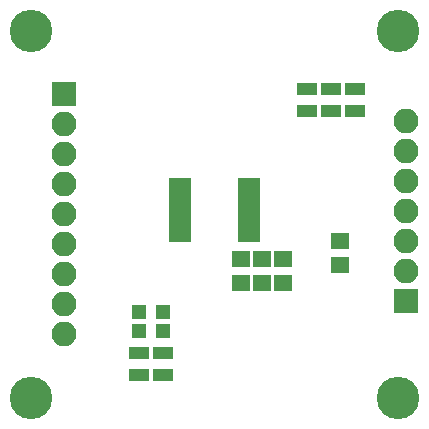
<source format=gts>
G04 #@! TF.FileFunction,Soldermask,Top*
%FSLAX46Y46*%
G04 Gerber Fmt 4.6, Leading zero omitted, Abs format (unit mm)*
G04 Created by KiCad (PCBNEW 4.0.7) date 08/21/18 13:31:30*
%MOMM*%
%LPD*%
G01*
G04 APERTURE LIST*
%ADD10C,0.100000*%
%ADD11C,3.600000*%
%ADD12R,1.900000X0.850000*%
%ADD13R,1.650000X1.400000*%
%ADD14R,2.100000X2.100000*%
%ADD15O,2.100000X2.100000*%
%ADD16R,1.700000X1.100000*%
%ADD17R,1.200000X1.200000*%
G04 APERTURE END LIST*
D10*
D11*
X125515000Y-100623000D03*
D12*
X138065000Y-113469000D03*
X138065000Y-114119000D03*
X138065000Y-114769000D03*
X138065000Y-115419000D03*
X138065000Y-116069000D03*
X138065000Y-116719000D03*
X138065000Y-117369000D03*
X138065000Y-118019000D03*
X143965000Y-118019000D03*
X143965000Y-117369000D03*
X143965000Y-116719000D03*
X143965000Y-116069000D03*
X143965000Y-115419000D03*
X143965000Y-114769000D03*
X143965000Y-114119000D03*
X143965000Y-113469000D03*
D11*
X156515000Y-100623000D03*
X125515000Y-131623000D03*
X156515000Y-131623000D03*
D13*
X145034000Y-119904000D03*
X145034000Y-121904000D03*
X146812000Y-119904000D03*
X146812000Y-121904000D03*
X151638000Y-118380000D03*
X151638000Y-120380000D03*
X143256000Y-121904000D03*
X143256000Y-119904000D03*
D14*
X157226000Y-123444000D03*
D15*
X157226000Y-120904000D03*
X157226000Y-118364000D03*
X157226000Y-115824000D03*
X157226000Y-113284000D03*
X157226000Y-110744000D03*
X157226000Y-108204000D03*
D14*
X128270000Y-105918000D03*
D15*
X128270000Y-108458000D03*
X128270000Y-110998000D03*
X128270000Y-113538000D03*
X128270000Y-116078000D03*
X128270000Y-118618000D03*
X128270000Y-121158000D03*
X128270000Y-123698000D03*
X128270000Y-126238000D03*
D16*
X148844000Y-107376000D03*
X148844000Y-105476000D03*
X150876000Y-107376000D03*
X150876000Y-105476000D03*
X152908000Y-107376000D03*
X152908000Y-105476000D03*
D17*
X134620000Y-124422000D03*
X134620000Y-126022000D03*
X136652000Y-124422000D03*
X136652000Y-126022000D03*
D16*
X134620000Y-127828000D03*
X134620000Y-129728000D03*
X136652000Y-127828000D03*
X136652000Y-129728000D03*
M02*

</source>
